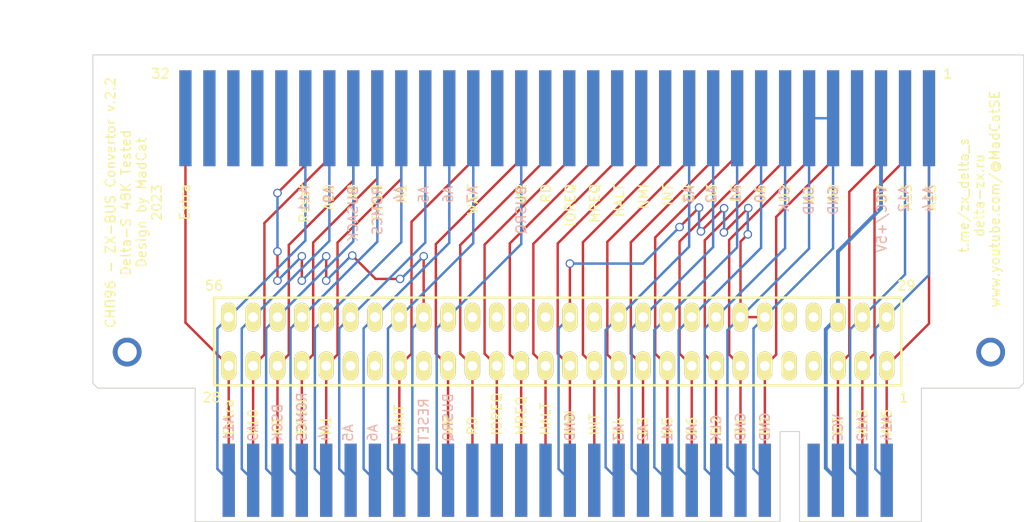
<source format=kicad_pcb>
(kicad_pcb (version 20221018) (generator pcbnew)
  (layers (0 "F.Cu" signal) (31 "B.Cu" signal) (36 "B.SilkS" user "B.Silkscreen") (37 "F.SilkS" user "F.Silkscreen") (38 "B.Mask" user) (39 "F.Mask" user) (44 "Edge.Cuts" user))
  (net 0 "")
  (net 21 "A15")
  (net 26 "A13")
  (net 33 "D7")
  (net 34 "D0")
  (net 35 "D1")
  (net 36 "D2")
  (net 37 "D6")
  (net 38 "D5")
  (net 39 "D3")
  (net 40 "D4")
  (net 41 "INT")
  (net 42 "NMI")
  (net 43 "HALT")
  (net 44 "MREQ")
  (net 45 "IOREQ")
  (net 46 "RD")
  (net 47 "WR")
  (net 48 "WAIT")
  (net 49 "M1")
  (net 50 "RFSH")
  (net 51 "A8")
  (net 52 "A10")
  (net 53 "RESET")
  (net 54 "EXTRA")
  (net 55 "A14")
  (net 56 "A12")
  (net 57 "VCC")
  (net 58 "GND")
  (net 59 "CLK")
  (net 60 "A0")
  (net 61 "A1")
  (net 62 "A2")
  (net 63 "A3")
  (net 64 "BUSRQ")
  (net 65 "A7")
  (net 66 "A6")
  (net 67 "A5")
  (net 68 "A4")
  (net 69 "ROMCS")
  (net 70 "BUSACK")
  (net 71 "A9")
  (net 72 "A11")
  (footprint "delta_converter_footprints:SNP96" (layer "F.Cu") (at 87.43702 46.60602)
    (fp_text reference "J1" hide)
    (fp_text value "SNP" hide)
    (pad "1" smd rect (at 78.13498 -5 180) (size 1.27 10) (layers "F.Cu") (net 21 "A15"))
    (pad "2" smd rect (at 75.63501 -5 180) (size 1.27 10) (layers "F.Cu") (net 26 "A13"))
    (pad "3" smd rect (at 73.13499 -5 180) (size 1.27 10) (layers "F.Cu") (net 33 "D7"))
    (pad "4" smd rect (at 70.63502 -5 180) (size 1.27 10) (layers "F.Cu"))
    (pad "5" smd rect (at 68.135 -5 180) (size 1.27 10) (layers "F.Cu") (net 34 "D0"))
    (pad "6" smd rect (at 65.63498 -5 180) (size 1.27 10) (layers "F.Cu") (net 35 "D1"))
    (pad "7" smd rect (at 63.13501 -5 180) (size 1.27 10) (layers "F.Cu") (net 36 "D2"))
    (pad "8" smd rect (at 60.63499 -5 180) (size 1.27 10) (layers "F.Cu") (net 37 "D6"))
    (pad "9" smd rect (at 58.13502 -5 180) (size 1.27 10) (layers "F.Cu") (net 38 "D5"))
    (pad "10" smd rect (at 55.635 -5 180) (size 1.27 10) (layers "F.Cu") (net 39 "D3"))
    (pad "11" smd rect (at 53.13498 -5 180) (size 1.27 10) (layers "F.Cu") (net 40 "D4"))
    (pad "12" smd rect (at 50.63501 -5 180) (size 1.27 10) (layers "F.Cu") (net 41 "INT"))
    (pad "13" smd rect (at 48.13499 -5 180) (size 1.27 10) (layers "F.Cu") (net 42 "NMI"))
    (pad "14" smd rect (at 45.63502 -5 180) (size 1.27 10) (layers "F.Cu") (net 43 "HALT"))
    (pad "15" smd rect (at 43.135 -5 180) (size 1.27 10) (layers "F.Cu") (net 44 "MREQ"))
    (pad "16" smd rect (at 40.63497 -5 180) (size 1.27 10) (layers "F.Cu") (net 45 "IOREQ"))
    (pad "17" smd rect (at 38.13501 -5 180) (size 1.27 10) (layers "F.Cu") (net 46 "RD"))
    (pad "18" smd rect (at 35.63498 -5 180) (size 1.27 10) (layers "F.Cu") (net 47 "WR"))
    (pad "19" smd rect (at 33.13502 -5 180) (size 1.27 10) (layers "F.Cu"))
    (pad "20" smd rect (at 30.63499 -5 180) (size 1.27 10) (layers "F.Cu") (net 48 "WAIT"))
    (pad "21" smd rect (at 28.13497 -5 180) (size 1.27 10) (layers "F.Cu"))
    (pad "22" smd rect (at 25.635 -5 180) (size 1.27 10) (layers "F.Cu"))
    (pad "23" smd rect (at 23.13498 -5 180) (size 1.27 10) (layers "F.Cu") (net 49 "M1"))
    (pad "24" smd rect (at 20.63501 -5 180) (size 1.27 10) (layers "F.Cu") (net 50 "RFSH"))
    (pad "25" smd rect (at 18.13499 -5 180) (size 1.27 10) (layers "F.Cu") (net 51 "A8"))
    (pad "26" smd rect (at 15.63497 -5 180) (size 1.27 10) (layers "F.Cu") (net 52 "A10"))
    (pad "27" smd rect (at 13.135 -5 180) (size 1.27 10) (layers "F.Cu") (net 53 "RESET"))
    (pad "28" smd rect (at 10.63498 -5 180) (size 1.27 10) (layers "F.Cu"))
    (pad "29" smd rect (at 8.13501 -5 180) (size 1.27 10) (layers "F.Cu"))
    (pad "30" smd rect (at 5.63499 -5 180) (size 1.27 10) (layers "F.Cu"))
    (pad "31" smd rect (at 3.13497 -5 180) (size 1.27 10) (layers "F.Cu"))
    (pad "32" smd rect (at 0.635 -5 180) (size 1.27 10) (layers "F.Cu") (net 54 "EXTRA"))
    (pad "33" smd rect (at 78.13498 -5 180) (size 1.27 10) (layers "B.Cu") (net 55 "A14"))
    (pad "34" smd rect (at 75.63501 -5 180) (size 1.27 10) (layers "B.Cu") (net 56 "A12"))
    (pad "35" smd rect (at 73.13499 -5 180) (size 1.27 10) (layers "B.Cu") (net 57 "VCC"))
    (pad "36" smd rect (at 70.63502 -5 180) (size 1.27 10) (layers "B.Cu"))
    (pad "37" smd rect (at 68.135 -5 180) (size 1.27 10) (layers "B.Cu") (net 58 "GND"))
    (pad "38" smd rect (at 65.63498 -5 180) (size 1.27 10) (layers "B.Cu") (net 58 "GND"))
    (pad "39" smd rect (at 63.13501 -5 180) (size 1.27 10) (layers "B.Cu") (net 59 "CLK"))
    (pad "40" smd rect (at 60.63499 -5 180) (size 1.27 10) (layers "B.Cu") (net 60 "A0"))
    (pad "41" smd rect (at 58.13502 -5 180) (size 1.27 10) (layers "B.Cu") (net 61 "A1"))
    (pad "42" smd rect (at 55.635 -5 180) (size 1.27 10) (layers "B.Cu") (net 62 "A2"))
    (pad "43" smd rect (at 53.13498 -5 180) (size 1.27 10) (layers "B.Cu") (net 63 "A3"))
    (pad "44" smd rect (at 50.63501 -5 180) (size 1.27 10) (layers "B.Cu"))
    (pad "45" smd rect (at 48.13499 -5 180) (size 1.27 10) (layers "B.Cu"))
    (pad "46" smd rect (at 45.63502 -5 180) (size 1.27 10) (layers "B.Cu"))
    (pad "47" smd rect (at 43.135 -5 180) (size 1.27 10) (layers "B.Cu"))
    (pad "48" smd rect (at 40.63497 -5 180) (size 1.27 10) (layers "B.Cu"))
    (pad "49" smd rect (at 38.13501 -5 180) (size 1.27 10) (layers "B.Cu"))
    (pad "50" smd rect (at 35.63498 -5 180) (size 1.27 10) (layers "B.Cu") (net 64 "BUSRQ"))
    (pad "51" smd rect (at 33.13502 -5 180) (size 1.27 10) (layers "B.Cu"))
    (pad "52" smd rect (at 30.63499 -5 180) (size 1.27 10) (layers "B.Cu") (net 65 "A7"))
    (pad "53" smd rect (at 28.13497 -5 180) (size 1.27 10) (layers "B.Cu") (net 66 "A6"))
    (pad "54" smd rect (at 25.635 -5 180) (size 1.27 10) (layers "B.Cu") (net 67 "A5"))
    (pad "55" smd rect (at 23.13498 -5 180) (size 1.27 10) (layers "B.Cu") (net 68 "A4"))
    (pad "56" smd rect (at 20.63501 -5 180) (size 1.27 10) (layers "B.Cu") (net 69 "ROMCS"))
    (pad "57" smd rect (at 18.13499 -5 180) (size 1.27 10) (layers "B.Cu") (net 70 "BUSACK"))
    (pad "58" smd rect (at 15.63497 -5 180) (size 1.27 10) (layers "B.Cu") (net 71 "A9"))
    (pad "59" smd rect (at 13.135 -5 180) (size 1.27 10) (layers "B.Cu") (net 72 "A11"))
    (pad "60" smd rect (at 10.63498 -5 180) (size 1.27 10) (layers "B.Cu"))
    (pad "61" smd rect (at 8.13501 -5 180) (size 1.27 10) (layers "B.Cu"))
    (pad "62" smd rect (at 5.63499 -5 180) (size 1.27 10) (layers "B.Cu"))
    (pad "63" smd rect (at 3.13497 -5 180) (size 1.27 10) (layers "B.Cu"))
    (pad "64" smd rect (at 0.635 -5 180) (size 1.27 10) (layers "B.Cu"))
  )
  (footprint "delta_converter_footprints:Spectrum_edge_slot_FIXED" (layer "F.Cu") (at 123.063 64.897)
    (fp_text reference "SLOT" hide)
    (fp_text value "ZX1" hide)
    (fp_line (start -32.004 -4.572) (end 39.624 -4.572) (stroke (width 0.254)) (layer "F.SilkS"))
    (fp_line (start -32.004 4.572) (end -32.004 -4.572) (stroke (width 0.254)) (layer "F.SilkS"))
    (fp_line (start 39.624 -4.572) (end 39.624 4.572) (stroke (width 0.254)) (layer "F.SilkS"))
    (fp_line (start 39.624 4.572) (end -32.004 4.572) (stroke (width 0.254)) (layer "F.SilkS"))
    (pad "1" thru_hole oval (at 38.1 2.54 180) (size 1.6 3) (drill 1.016) (layers "*.Cu" "*.Mask" "F.SilkS") (net 21 "A15"))
    (pad "2" thru_hole oval (at 35.56 2.54 180) (size 1.6 3) (drill 1.016) (layers "*.Cu" "*.Mask" "F.SilkS") (net 26 "A13"))
    (pad "3" thru_hole oval (at 33.02 2.54 180) (size 1.6 3) (drill 1.016) (layers "*.Cu" "*.Mask" "F.SilkS") (net 33 "D7"))
    (pad "4" thru_hole oval (at 30.48 2.54 180) (size 1.6 3) (drill 1.016) (layers "*.Cu" "*.Mask" "F.SilkS"))
    (pad "5" thru_hole oval (at 27.94 2.54 180) (size 1.6 3) (drill 1.016) (layers "*.Cu" "*.Mask" "F.SilkS"))
    (pad "6" thru_hole oval (at 25.4 2.54 180) (size 1.6 3) (drill 1.016) (layers "*.Cu" "*.Mask" "F.SilkS") (net 34 "D0"))
    (pad "7" thru_hole oval (at 22.86 2.54 180) (size 1.6 3) (drill 1.016) (layers "*.Cu" "*.Mask" "F.SilkS") (net 35 "D1"))
    (pad "8" thru_hole oval (at 20.32 2.54 180) (size 1.6 3) (drill 1.016) (layers "*.Cu" "*.Mask" "F.SilkS") (net 36 "D2"))
    (pad "9" thru_hole oval (at 17.78 2.54 180) (size 1.6 3) (drill 1.016) (layers "*.Cu" "*.Mask" "F.SilkS") (net 37 "D6"))
    (pad "10" thru_hole oval (at 15.24 2.54 180) (size 1.6 3) (drill 1.016) (layers "*.Cu" "*.Mask" "F.SilkS") (net 38 "D5"))
    (pad "11" thru_hole oval (at 12.7 2.54 180) (size 1.6 3) (drill 1.016) (layers "*.Cu" "*.Mask" "F.SilkS") (net 39 "D3"))
    (pad "12" thru_hole oval (at 10.16 2.54 180) (size 1.6 3) (drill 1.016) (layers "*.Cu" "*.Mask" "F.SilkS") (net 40 "D4"))
    (pad "13" thru_hole oval (at 7.62 2.54 180) (size 1.6 3) (drill 1.016) (layers "*.Cu" "*.Mask" "F.SilkS") (net 41 "INT"))
    (pad "14" thru_hole oval (at 5.08 2.54 180) (size 1.6 3) (drill 1.016) (layers "*.Cu" "*.Mask" "F.SilkS") (net 42 "NMI"))
    (pad "15" thru_hole oval (at 2.54 2.54 180) (size 1.6 3) (drill 1.016) (layers "*.Cu" "*.Mask" "F.SilkS") (net 43 "HALT"))
    (pad "16" thru_hole oval (at 0 2.54 180) (size 1.6 3) (drill 1.016) (layers "*.Cu" "*.Mask" "F.SilkS") (net 44 "MREQ"))
    (pad "17" thru_hole oval (at -2.54 2.54 180) (size 1.6 3) (drill 1.016) (layers "*.Cu" "*.Mask" "F.SilkS") (net 45 "IOREQ"))
    (pad "18" thru_hole oval (at -5.08 2.54 180) (size 1.6 3) (drill 1.016) (layers "*.Cu" "*.Mask" "F.SilkS") (net 46 "RD"))
    (pad "19" thru_hole oval (at -7.62 2.54 180) (size 1.6 3) (drill 1.016) (layers "*.Cu" "*.Mask" "F.SilkS") (net 47 "WR"))
    (pad "20" thru_hole oval (at -10.16 2.54 180) (size 1.6 3) (drill 1.016) (layers "*.Cu" "*.Mask" "F.SilkS"))
    (pad "21" thru_hole oval (at -12.7 2.54 180) (size 1.6 3) (drill 1.016) (layers "*.Cu" "*.Mask" "F.SilkS") (net 48 "WAIT"))
    (pad "22" thru_hole oval (at -15.24 2.54 180) (size 1.6 3) (drill 1.016) (layers "*.Cu" "*.Mask" "F.SilkS"))
    (pad "23" thru_hole oval (at -17.78 2.54 180) (size 1.6 3) (drill 1.016) (layers "*.Cu" "*.Mask" "F.SilkS"))
    (pad "24" thru_hole oval (at -20.32 2.54 180) (size 1.6 3) (drill 1.016) (layers "*.Cu" "*.Mask" "F.SilkS") (net 49 "M1"))
    (pad "25" thru_hole oval (at -22.86 2.54 180) (size 1.6 3) (drill 1.016) (layers "*.Cu" "*.Mask" "F.SilkS") (net 50 "RFSH"))
    (pad "26" thru_hole oval (at -25.4 2.54 180) (size 1.6 3) (drill 1.016) (layers "*.Cu" "*.Mask" "F.SilkS") (net 51 "A8"))
    (pad "27" thru_hole oval (at -27.94 2.54 180) (size 1.6 3) (drill 1.016) (layers "*.Cu" "*.Mask" "F.SilkS") (net 52 "A10"))
    (pad "28" thru_hole oval (at -30.48 2.54 180) (size 1.6 3) (drill 1.016) (layers "*.Cu" "*.Mask" "F.SilkS") (net 54 "EXTRA"))
    (pad "29" thru_hole oval (at 38.1 -2.54 180) (size 1.6 3) (drill 1.016) (layers "*.Cu" "*.Mask" "F.SilkS") (net 55 "A14"))
    (pad "30" thru_hole oval (at 35.56 -2.54 180) (size 1.6 3) (drill 1.016) (layers "*.Cu" "*.Mask" "F.SilkS") (net 56 "A12"))
    (pad "31" thru_hole oval (at 33.02 -2.54 180) (size 1.6 3) (drill 1.016) (layers "*.Cu" "*.Mask" "F.SilkS") (net 57 "VCC"))
    (pad "32" thru_hole oval (at 30.48 -2.54 180) (size 1.6 3) (drill 1.016) (layers "*.Cu" "*.Mask" "F.SilkS"))
    (pad "33" thru_hole oval (at 27.94 -2.54 180) (size 1.6 3) (drill 1.016) (layers "*.Cu" "*.Mask" "F.SilkS"))
    (pad "34" thru_hole oval (at 25.4 -2.54 180) (size 1.6 3) (drill 1.016) (layers "*.Cu" "*.Mask" "F.SilkS") (net 58 "GND"))
    (pad "35" thru_hole oval (at 22.86 -2.54 180) (size 1.6 3) (drill 1.016) (layers "*.Cu" "*.Mask" "F.SilkS") (net 58 "GND"))
    (pad "36" thru_hole oval (at 20.32 -2.54 180) (size 1.6 3) (drill 1.016) (layers "*.Cu" "*.Mask" "F.SilkS") (net 59 "CLK"))
    (pad "37" thru_hole oval (at 17.78 -2.54 180) (size 1.6 3) (drill 1.016) (layers "*.Cu" "*.Mask" "F.SilkS") (net 60 "A0"))
    (pad "38" thru_hole oval (at 15.24 -2.54 180) (size 1.6 3) (drill 1.016) (layers "*.Cu" "*.Mask" "F.SilkS") (net 61 "A1"))
    (pad "39" thru_hole oval (at 12.7 -2.54 180) (size 1.6 3) (drill 1.016) (layers "*.Cu" "*.Mask" "F.SilkS") (net 62 "A2"))
    (pad "40" thru_hole oval (at 10.16 -2.54 180) (size 1.6 3) (drill 1.016) (layers "*.Cu" "*.Mask" "F.SilkS") (net 63 "A3"))
    (pad "41" thru_hole oval (at 7.62 -2.54 180) (size 1.6 3) (drill 1.016) (layers "*.Cu" "*.Mask" "F.SilkS"))
    (pad "42" thru_hole oval (at 5.08 -2.54 180) (size 1.6 3) (drill 1.016) (layers "*.Cu" "*.Mask" "F.SilkS") (net 58 "GND"))
    (pad "43" thru_hole oval (at 2.54 -2.54 180) (size 1.6 3) (drill 1.016) (layers "*.Cu" "*.Mask" "F.SilkS"))
    (pad "44" thru_hole oval (at 0 -2.54 180) (size 1.6 3) (drill 1.016) (layers "*.Cu" "*.Mask" "F.SilkS"))
    (pad "45" thru_hole oval (at -2.54 -2.54 180) (size 1.6 3) (drill 1.016) (layers "*.Cu" "*.Mask" "F.SilkS"))
    (pad "46" thru_hole oval (at -5.08 -2.54 180) (size 1.6 3) (drill 1.016) (layers "*.Cu" "*.Mask" "F.SilkS"))
    (pad "47" thru_hole oval (at -7.62 -2.54 180) (size 1.6 3) (drill 1.016) (layers "*.Cu" "*.Mask" "F.SilkS") (net 64 "BUSRQ"))
    (pad "48" thru_hole oval (at -10.16 -2.54 180) (size 1.6 3) (drill 1.016) (layers "*.Cu" "*.Mask" "F.SilkS") (net 53 "RESET"))
    (pad "49" thru_hole oval (at -12.7 -2.54 180) (size 1.6 3) (drill 1.016) (layers "*.Cu" "*.Mask" "F.SilkS") (net 65 "A7"))
    (pad "50" thru_hole oval (at -15.24 -2.54 180) (size 1.6 3) (drill 1.016) (layers "*.Cu" "*.Mask" "F.SilkS") (net 66 "A6"))
    (pad "51" thru_hole oval (at -17.78 -2.54 180) (size 1.6 3) (drill 1.016) (layers "*.Cu" "*.Mask" "F.SilkS") (net 67 "A5"))
    (pad "52" thru_hole oval (at -20.32 -2.54 180) (size 1.6 3) (drill 1.016) (layers "*.Cu" "*.Mask" "F.SilkS") (net 68 "A4"))
    (pad "53" thru_hole oval (at -22.86 -2.54 180) (size 1.6 3) (drill 1.016) (layers "*.Cu" "*.Mask" "F.SilkS") (net 69 "ROMCS"))
    (pad "54" thru_hole oval (at -25.4 -2.54 180) (size 1.6 3) (drill 1.016) (layers "*.Cu" "*.Mask" "F.SilkS") (net 70 "BUSACK"))
    (pad "55" thru_hole oval (at -27.94 -2.54 180) (size 1.6 3) (drill 1.016) (layers "*.Cu" "*.Mask" "F.SilkS") (net 71 "A9"))
    (pad "56" thru_hole oval (at -30.48 -2.54 180) (size 1.6 3) (drill 1.016) (layers "*.Cu" "*.Mask" "F.SilkS") (net 72 "A11"))
  )
  (footprint "delta_converter_footprints:ZX SPECTRUM EDGE CONNECTOR (HORIZONTAL)" (layer "F.Cu") (at 126.873 79.121)
    (fp_text reference "J2" hide)
    (fp_text value "ZX1" hide)
    (pad "1" smd rect (at 34.29 0.254 180) (size 1.27 7.62) (layers "F.Cu") (net 21 "A15"))
    (pad "2" smd rect (at 31.75 0.254 180) (size 1.27 7.62) (layers "F.Cu") (net 26 "A13"))
    (pad "3" smd rect (at 29.21 0.254 180) (size 1.27 7.62) (layers "F.Cu") (net 33 "D7"))
    (pad "4" smd rect (at 26.67 0.254 180) (size 1.27 7.62) (layers "F.Cu"))
    (pad "6" smd rect (at 21.59 0.254 180) (size 1.27 7.62) (layers "F.Cu") (net 34 "D0"))
    (pad "7" smd rect (at 19.05 0.254 180) (size 1.27 7.62) (layers "F.Cu") (net 35 "D1"))
    (pad "8" smd rect (at 16.51 0.254 180) (size 1.27 7.62) (layers "F.Cu") (net 36 "D2"))
    (pad "9" smd rect (at 13.97 0.254 180) (size 1.27 7.62) (layers "F.Cu") (net 37 "D6"))
    (pad "10" smd rect (at 11.43 0.254 180) (size 1.27 7.62) (layers "F.Cu") (net 38 "D5"))
    (pad "11" smd rect (at 8.89 0.254 180) (size 1.27 7.62) (layers "F.Cu") (net 39 "D3"))
    (pad "12" smd rect (at 6.35 0.254 180) (size 1.27 7.62) (layers "F.Cu") (net 40 "D4"))
    (pad "13" smd rect (at 3.81 0.254 180) (size 1.27 7.62) (layers "F.Cu") (net 41 "INT"))
    (pad "14" smd rect (at 1.27 0.254 180) (size 1.27 7.62) (layers "F.Cu") (net 42 "NMI"))
    (pad "15" smd rect (at -1.27 0.254 180) (size 1.27 7.62) (layers "F.Cu") (net 43 "HALT"))
    (pad "16" smd rect (at -3.81 0.254 180) (size 1.27 7.62) (layers "F.Cu") (net 44 "MREQ"))
    (pad "17" smd rect (at -6.35 0.254 180) (size 1.27 7.62) (layers "F.Cu") (net 45 "IOREQ"))
    (pad "18" smd rect (at -8.89 0.254 180) (size 1.27 7.62) (layers "F.Cu") (net 46 "RD"))
    (pad "19" smd rect (at -11.43 0.254 180) (size 1.27 7.62) (layers "F.Cu") (net 47 "WR"))
    (pad "20" smd rect (at -13.97 0.254 180) (size 1.27 7.62) (layers "F.Cu"))
    (pad "21" smd rect (at -16.51 0.254 180) (size 1.27 7.62) (layers "F.Cu") (net 48 "WAIT"))
    (pad "22" smd rect (at -19.05 0.254 180) (size 1.27 7.62) (layers "F.Cu"))
    (pad "23" smd rect (at -21.59 0.254 180) (size 1.27 7.62) (layers "F.Cu"))
    (pad "24" smd rect (at -24.13 0.254 180) (size 1.27 7.62) (layers "F.Cu") (net 49 "M1"))
    (pad "25" smd rect (at -26.67 0.254 180) (size 1.27 7.62) (layers "F.Cu") (net 50 "RFSH"))
    (pad "26" smd rect (at -29.21 0.254 180) (size 1.27 7.62) (layers "F.Cu") (net 51 "A8"))
    (pad "27" smd rect (at -31.75 0.254 180) (size 1.27 7.62) (layers "F.Cu") (net 52 "A10"))
    (pad "28" smd rect (at -34.29 0.254 180) (size 1.27 7.62) (layers "F.Cu") (net 54 "EXTRA"))
    (pad "29" smd rect (at 34.29 0.254 180) (size 1.27 7.62) (layers "B.Cu") (net 55 "A14"))
    (pad "30" smd rect (at 31.75 0.254 180) (size 1.27 7.62) (layers "B.Cu") (net 56 "A12"))
    (pad "31" smd rect (at 29.21 0.254 180) (size 1.27 7.62) (layers "B.Cu") (net 57 "VCC"))
    (pad "32" smd rect (at 26.67 0.254 180) (size 1.27 7.62) (layers "B.Cu"))
    (pad "34" smd rect (at 21.59 0.254 180) (size 1.27 7.62) (layers "B.Cu") (net 58 "GND"))
    (pad "35" smd rect (at 19.05 0.254 180) (size 1.27 7.62) (layers "B.Cu") (net 58 "GND"))
    (pad "36" smd rect (at 16.51 0.254 180) (size 1.27 7.62) (layers "B.Cu") (net 59 "CLK"))
    (pad "37" smd rect (at 13.97 0.254 180) (size 1.27 7.62) (layers "B.Cu") (net 60 "A0"))
    (pad "38" smd rect (at 11.43 0.254 180) (size 1.27 7.62) (layers "B.Cu") (net 61 "A1"))
    (pad "39" smd rect (at 8.89 0.254 180) (size 1.27 7.62) (layers "B.Cu") (net 62 "A2"))
    (pad "40" smd rect (at 6.35 0.254 180) (size 1.27 7.62) (layers "B.Cu") (net 63 "A3"))
    (pad "41" smd rect (at 3.81 0.254 180) (size 1.27 7.62) (layers "B.Cu"))
    (pad "42" smd rect (at 1.27 0.254 180) (size 1.27 7.62) (layers "B.Cu") (net 58 "GND"))
    (pad "43" smd rect (at -1.27 0.254 180) (size 1.27 7.62) (layers "B.Cu"))
    (pad "44" smd rect (at -3.81 0.254 180) (size 1.27 7.62) (layers "B.Cu"))
    (pad "45" smd rect (at -6.35 0.254 180) (size 1.27 7.62) (layers "B.Cu"))
    (pad "46" smd rect (at -8.89 0.254 180) (size 1.27 7.62) (layers "B.Cu"))
    (pad "47" smd rect (at -11.43 0.254 180) (size 1.27 7.62) (layers "B.Cu") (net 64 "BUSRQ"))
    (pad "48" smd rect (at -13.97 0.254 180) (size 1.27 7.62) (layers "B.Cu") (net 53 "RESET"))
    (pad "49" smd rect (at -16.51 0.254 180) (size 1.27 7.62) (layers "B.Cu") (net 65 "A7"))
    (pad "50" smd rect (at -19.05 0.254 180) (size 1.27 7.62) (layers "B.Cu") (net 66 "A6"))
    (pad "51" smd rect (at -21.59 0.254 180) (size 1.27 7.62) (layers "B.Cu") (net 67 "A5"))
    (pad "52" smd rect (at -24.13 0.254 180) (size 1.27 7.62) (layers "B.Cu") (net 68 "A4"))
    (pad "53" smd rect (at -26.67 0.254 180) (size 1.27 7.62) (layers "B.Cu") (net 69 "ROMCS"))
    (pad "54" smd rect (at -29.21 0.254 180) (size 1.27 7.62) (layers "B.Cu") (net 70 "BUSACK"))
    (pad "55" smd rect (at -31.75 0.254 180) (size 1.27 7.62) (layers "B.Cu") (net 71 "A9"))
    (pad "56" smd rect (at -34.29 0.254 180) (size 1.27 7.62) (layers "B.Cu") (net 72 "A11"))
  )
  (gr_line (start 175.44802 35.00202) (end 78.42002 35.00202) (stroke (width 0.1)) (layer "Edge.Cuts"))
  (gr_line (start 78.42002 35.00202) (end 78.42002 69.25351) (stroke (width 0.1)) (layer "Edge.Cuts"))
  (gr_line (start 78.42002 69.25351) (end 78.92802 69.76151) (stroke (width 0.1)) (layer "Edge.Cuts"))
  (gr_line (start 152.08002 83.693) (end 164.78002 83.693) (stroke (width 0.1)) (layer "Edge.Cuts"))
  (gr_line (start 78.92802 69.76151) (end 89.08802 69.76151) (stroke (width 0.1)) (layer "Edge.Cuts"))
  (gr_line (start 150.04802 83.693) (end 150.04802 74.295) (stroke (width 0.1)) (layer "Edge.Cuts"))
  (gr_line (start 152.08002 74.295) (end 152.08002 83.693) (stroke (width 0.1)) (layer "Edge.Cuts"))
  (gr_line (start 164.78002 69.76151) (end 174.94002 69.76151) (stroke (width 0.1)) (layer "Edge.Cuts"))
  (gr_line (start 175.44802 69.25351) (end 175.44802 35.00202) (stroke (width 0.1)) (layer "Edge.Cuts"))
  (gr_line (start 89.08802 83.693) (end 150.04802 83.693) (stroke (width 0.1)) (layer "Edge.Cuts"))
  (gr_line (start 174.94002 69.76151) (end 175.44802 69.25351) (stroke (width 0.1)) (layer "Edge.Cuts"))
  (gr_line (start 150.04802 74.295) (end 152.08002 74.295) (stroke (width 0.1)) (layer "Edge.Cuts"))
  (gr_line (start 164.78002 83.693) (end 164.78002 69.76151) (stroke (width 0.1)) (layer "Edge.Cuts"))
  (gr_line (start 89.08802 69.76151) (end 89.08802 83.693) (stroke (width 0.1)) (layer "Edge.Cuts"))
  (gr_text "A9" (at 95.123 74.437666 90) (layer "B.SilkS") (effects (font (size 1 1)) (justify mirror)))
  (gr_text "A7" (at 117.983 49.561952 90) (layer "B.SilkS") (effects (font (size 1 1)) (justify mirror)))
  (gr_text "GND" (at 145.923 73.818619 90) (layer "B.SilkS") (effects (font (size 1 1)) (justify mirror)))
  (gr_text "BSCK" (at 97.663 73.366238 90) (layer "B.SilkS") (effects (font (size 1 1)) (justify mirror)))
  (gr_text "A3" (at 140.589 49.561952 90) (layer "B.SilkS") (effects (font (size 1 1)) (justify mirror)))
  (gr_text "A2" (at 142.875 49.561952 90) (layer "B.SilkS") (effects (font (size 1 1)) (justify mirror)))
  (gr_text "A3" (at 133.223 74.437666 90) (layer "B.SilkS") (effects (font (size 1 1)) (justify mirror)))
  (gr_text "A6" (at 107.569 74.437666 90) (layer "B.SilkS") (effects (font (size 1 1)) (justify mirror)))
  (gr_text "VCC" (at 156.083 73.913857 90) (layer "B.SilkS") (effects (font (size 1 1)) (justify mirror)))
  (gr_text "A14" (at 165.481 50.038143 90) (layer "B.SilkS") (effects (font (size 1 1)) (justify mirror)))
  (gr_text "A7" (at 110.109 74.437666 90) (layer "B.SilkS") (effects (font (size 1 1)) (justify mirror)))
  (gr_text "BUSRQ" (at 123.063 51.181 90) (layer "B.SilkS") (effects (font (size 1 1)) (justify mirror)))
  (gr_text "A5" (at 112.903 49.561952 90) (layer "B.SilkS") (effects (font (size 1 1)) (justify mirror)))
  (gr_text "A4" (at 110.363 49.561952 90) (layer "B.SilkS") (effects (font (size 1 1)) (justify mirror)))
  (gr_text "VCC/+5V" (at 160.655 52.133381 90) (layer "B.SilkS") (effects (font (size 1 1)) (justify mirror)))
  (gr_text "CLK" (at 150.495 50.061952 90) (layer "B.SilkS") (effects (font (size 1 1)) (justify mirror)))
  (gr_text "A1" (at 145.415 49.561952 90) (layer "B.SilkS") (effects (font (size 1 1)) (justify mirror)))
  (gr_text "RESET" (at 112.903 73.080523 90) (layer "B.SilkS") (effects (font (size 1 1)) (justify mirror)))
  (gr_text "A1" (at 138.303 74.437666 90) (layer "B.SilkS") (effects (font (size 1 1)) (justify mirror)))
  (gr_text "ROMCS" (at 100.203 72.771 90) (layer "B.SilkS") (effects (font (size 1 1)) (justify mirror)))
  (gr_text "BUSACK" (at 105.537 51.585762 90) (layer "B.SilkS") (effects (font (size 1 1)) (justify mirror)))
  (gr_text "A14" (at 161.163 73.961476 90) (layer "B.SilkS") (effects (font (size 1 1)) (justify mirror)))
  (gr_text "GND" (at 128.143 73.818619 90) (layer "B.SilkS") (effects (font (size 1 1)) (justify mirror)))
  (gr_text "A2" (at 135.763 74.437666 90) (layer "B.SilkS") (effects (font (size 1 1)) (justify mirror)))
  (gr_text "A12" (at 162.941 50.038143 90) (layer "B.SilkS") (effects (font (size 1 1)) (justify mirror)))
  (gr_text "GND" (at 155.575 50.181 90) (layer "B.SilkS") (effects (font (size 1 1)) (justify mirror)))
  (gr_text "A9" (at 102.997 49.561952 90) (layer "B.SilkS") (effects (font (size 1 1)) (justify mirror)))
  (gr_text "BUSRQ" (at 115.443 72.818619 90) (layer "B.SilkS") (effects (font (size 1 1)) (justify mirror)))
  (gr_text "A5" (at 105.029 74.437666 90) (layer "B.SilkS") (effects (font (size 1 1)) (justify mirror)))
  (gr_text "A4" (at 102.489 74.437666 90) (layer "B.SilkS") (effects (font (size 1 1)) (justify mirror)))
  (gr_text "A12" (at 158.623 73.961476 90) (layer "B.SilkS") (effects (font (size 1 1)) (justify mirror)))
  (gr_text "GND" (at 153.035 50.181 90) (layer "B.SilkS") (effects (font (size 1 1)) (justify mirror)))
  (gr_text "A6" (at 115.443 49.561952 90) (layer "B.SilkS") (effects (font (size 1 1)) (justify mirror)))
  (gr_text "A11" (at 92.583 73.961476 90) (layer "B.SilkS") (effects (font (size 1 1)) (justify mirror)))
  (gr_text "GND" (at 148.463 73.818619 90) (layer "B.SilkS") (effects (font (size 1 1)) (justify mirror)))
  (gr_text "A0" (at 140.843 74.437666 90) (layer "B.SilkS") (effects (font (size 1 1)) (justify mirror)))
  (gr_text "A11" (at 100.457 50.038143 90) (layer "B.SilkS") (effects (font (size 1 1)) (justify mirror)))
  (gr_text "CLK" (at 143.383 73.937666 90) (layer "B.SilkS") (effects (font (size 1 1)) (justify mirror)))
  (gr_text "A0" (at 147.955 49.561952 90) (layer "B.SilkS") (effects (font (size 1 1)) (justify mirror)))
  (gr_text "ROMCS" (at 108.077 51.228619 90) (layer "B.SilkS") (effects (font (size 1 1)) (justify mirror)))
  (gr_text "56" (at 91.059 59.055) (layer "F.SilkS") (effects (font (size 1 1))))
  (gr_text "HALT" (at 133.28402 50.186496 90) (layer "F.SilkS") (effects (font (size 1 1))))
  (gr_text "M1" (at 102.743 73.651952 90) (layer "F.SilkS") (effects (font (size 1 1))))
  (gr_text "RD" (at 125.66402 49.448401 90) (layer "F.SilkS") (effects (font (size 1 1))))
  (gr_text "D7" (at 160.71602 49.424592 90) (layer "F.SilkS") (effects (font (size 1 1))))
  (gr_text "NMI" (at 135.82402 49.781735 90) (layer "F.SilkS") (effects (font (size 1 1))))
  (gr_text "A15" (at 161.163 73.318619 90) (layer "F.SilkS") (effects (font (size 1 1))))
  (gr_text "INT" (at 130.683 73.556714 90) (layer "F.SilkS") (effects (font (size 1 1))))
  (gr_text "D2" (at 150.55602 49.424592 90) (layer "F.SilkS") (effects (font (size 1 1))))
  (gr_text "D3\n" (at 142.93602 49.424592 90) (layer "F.SilkS") (effects (font (size 1 1))))
  (gr_text "WR" (at 123.12402 49.51983 90) (layer "F.SilkS") (effects (font (size 1 1))))
  (gr_text "D1" (at 153.09602 49.424592 90) (layer "F.SilkS") (effects (font (size 1 1))))
  (gr_text "WAIT" (at 110.363 73.080524 90) (layer "F.SilkS") (effects (font (size 1 1))))
  (gr_text "Extra" (at 88.011 50.353163 90) (layer "F.SilkS") (effects (font (size 1 1))))
  (gr_text "28" (at 90.805 70.739) (layer "F.SilkS") (effects (font (size 1 1))))
  (gr_text "IOREQ" (at 128.20402 50.686496 90) (layer "F.SilkS") (effects (font (size 1 1))))
  (gr_text "D4" (at 140.39602 49.424592 90) (layer "F.SilkS") (effects (font (size 1 1))))
  (gr_text "D2" (at 143.383 73.723381 90) (layer "F.SilkS") (effects (font (size 1 1))))
  (gr_text "IOREQ" (at 120.523 72.461476 90) (layer "F.SilkS") (effects (font (size 1 1))))
  (gr_text "Reset" (at 100.457 50.49602 90) (layer "F.SilkS") (effects (font (size 1 1))))
  (gr_text "A13" (at 158.623 73.318619 90) (layer "F.SilkS") (effects (font (size 1 1))))
  (gr_text "WR" (at 115.443 73.628143 90) (layer "F.SilkS") (effects (font (size 1 1))))
  (gr_text "M1" (at 110.617 49.49602 90) (layer "F.SilkS") (effects (font (size 1 1))))
  (gr_text "29" (at 163.195 59.055) (layer "F.SilkS") (effects (font (size 1 1))))
  (gr_text "СНП96 - ZX-BUS Convertor v.2.2\nDelta-S 48K Tested\nDesign by MadCat\n2023" (at 82.677 50.419 90) (layer "F.SilkS") (effects (font (size 1 1))))
  (gr_text "MREQ" (at 123.063 72.651952 90) (layer "F.SilkS") (effects (font (size 1 1))))
  (gr_text "D5" (at 138.303 73.723381 90) (layer "F.SilkS") (effects (font (size 1 1))))
  (gr_text "A15" (at 165.79602 49.829354 90) (layer "F.SilkS") (effects (font (size 1 1))))
  (gr_text "D6" (at 148.01602 49.424592 90) (layer "F.SilkS") (effects (font (size 1 1))))
  (gr_text "A8" (at 97.663 73.794809 90) (layer "F.SilkS") (effects (font (size 1 1))))
  (gr_text "D5" (at 145.47602 49.424592 90) (layer "F.SilkS") (effects (font (size 1 1))))
  (gr_text "D0" (at 155.63602 49.424592 90) (layer "F.SilkS") (effects (font (size 1 1))))
  (gr_text "HALT" (at 125.603 72.961476 90) (layer "F.SilkS") (effects (font (size 1 1))))
  (gr_text "t.me/zx_delta_s\ndelta-zx.ru\n​​​​​​www.youtube.com/@MadCatSE " (at 170.815 49.657 90) (layer "F.SilkS") (effects (font (size 1 1))))
  (gr_text "NMI" (at 128.143 73.366238 90) (layer "F.SilkS") (effects (font (size 1 1))))
  (gr_text "INT" (at 138.36402 49.591258 90) (layer "F.SilkS") (effects (font (size 1 1))))
  (gr_text "32" (at 85.471 36.957) (layer "F.SilkS") (effects (font (size 1 1))))
  (gr_text "A10" (at 95.123 73.318619 90) (layer "F.SilkS") (effects (font (size 1 1))))
  (gr_text "A13" (at 163.25602 49.829354 90) (layer "F.SilkS") (effects (font (size 1 1))))
  (gr_text "MREQ" (at 130.74402 50.49602 90) (layer "F.SilkS") (effects (font (size 1 1))))
  (gr_text "Extra" (at 92.583 72.794809 90) (layer "F.SilkS") (effects (font (size 1 1))))
  (gr_text "D0" (at 148.463 73.723381 90) (layer "F.SilkS") (effects (font (size 1 1))))
  (gr_text "A10" (at 102.997 49.829354 90) (layer "F.SilkS") (effects (font (size 1 1))))
  (gr_text "D7" (at 156.083 73.723381 90) (layer "F.SilkS") (effects (font (size 1 1))))
  (gr_text "RD" (at 117.983 73.699571 90) (layer "F.SilkS") (effects (font (size 1 1))))
  (gr_text "D6" (at 140.843 73.723381 90) (layer "F.SilkS") (effects (font (size 1 1))))
  (gr_text "1" (at 162.941 70.739) (layer "F.SilkS") (effects (font (size 1 1))))
  (gr_text "D4" (at 133.223 73.723381 90) (layer "F.SilkS") (effects (font (size 1 1))))
  (gr_text "1" (at 167.513 36.957) (layer "F.SilkS") (effects (font (size 1 1))))
  (gr_text "WAIT" (at 118.04402 50.067449 90) (layer "F.SilkS") (effects (font (size 1 1))))
  (gr_text "D3\n" (at 135.763 73.723381 90) (layer "F.SilkS") (effects (font (size 1 1))))
  (gr_text "RFSH" (at 108.077 50.376973 90) (layer "F.SilkS") (effects (font (size 1 1))))
  (gr_text "A8" (at 105.537 49.353163 90) (layer "F.SilkS") (effects (font (size 1 1))))
  (gr_text "RFSH" (at 100.203 72.771 90) (layer "F.SilkS") (effects (font (size 1 1))))
  (gr_text "D1" (at 145.923 73.723381 90) (layer "F.SilkS") (effects (font (size 1 1))))
  (via (at 82 66) (size 3) (drill 2) (layers "F.Cu" "B.Cu") (net 0))
  (via (at 172 66) (size 3) (drill 2) (layers "F.Cu" "B.Cu") (net 0))
  (segment (start 165.572 63.028) (end 161.163 67.437) (width 0.254) (layer "F.Cu") (net 21))
  (segment (start 165.572 41.60602) (end 165.572 63.028) (width 0.254) (layer "F.Cu") (net 21))
  (segment (start 161.163 79.375) (end 161.163 67.437) (width 0.254) (layer "F.Cu") (net 21))
  (segment (start 158.623 79.375) (end 158.623 67.437) (width 0.254) (layer "F.Cu") (net 26))
  (segment (start 163.07203 41.60602) (end 163.07203 45.97102) (width 0.254) (layer "F.Cu") (net 26))
  (segment (start 163.07203 45.97102) (end 159.893 49.15005) (width 0.254) (layer "F.Cu") (net 26))
  (segment (start 159.893 66.167) (end 158.623 67.437) (width 0.254) (layer "F.Cu") (net 26))
  (segment (start 159.893 49.15005) (end 159.893 66.167) (width 0.254) (layer "F.Cu") (net 26))
  (segment (start 157.264 66.256) (end 156.083 67.437) (width 0.254) (layer "F.Cu") (net 33))
  (segment (start 156.083 79.375) (end 156.083 67.437) (width 0.254) (layer "F.Cu") (net 33))
  (segment (start 160.57201 45.97102) (end 157.264 49.27903) (width 0.254) (layer "F.Cu") (net 33))
  (segment (start 157.264 49.27903) (end 157.264 66.256) (width 0.254) (layer "F.Cu") (net 33))
  (segment (start 160.57201 41.60602) (end 160.57201 45.97102) (width 0.254) (layer "F.Cu") (net 33))
  (segment (start 149.644 66.256) (end 148.463 67.437) (width 0.254) (layer "F.Cu") (net 34))
  (segment (start 149.644 51.89904) (end 149.644 66.256) (width 0.254) (layer "F.Cu") (net 34))
  (segment (start 155.57202 45.97102) (end 149.644 51.89904) (width 0.254) (layer "F.Cu") (net 34))
  (segment (start 148.463 79.375) (end 148.463 67.437) (width 0.254) (layer "F.Cu") (net 34))
  (segment (start 155.57202 41.60602) (end 155.57202 45.97102) (width 0.254) (layer "F.Cu") (net 34))
  (segment (start 145.923 79.375) (end 145.923 67.437) (width 0.254) (layer "F.Cu") (net 35))
  (segment (start 144.742 54.30102) (end 144.742 66.256) (width 0.254) (layer "F.Cu") (net 35))
  (segment (start 153.072 41.60602) (end 153.072 45.97102) (width 0.254) (layer "F.Cu") (net 35))
  (segment (start 153.072 45.97102) (end 144.742 54.30102) (width 0.254) (layer "F.Cu") (net 35))
  (segment (start 144.742 66.256) (end 145.923 67.437) (width 0.254) (layer "F.Cu") (net 35))
  (segment (start 142.202 54.34105) (end 142.202 66.256) (width 0.254) (layer "F.Cu") (net 36))
  (segment (start 150.57203 45.97102) (end 142.202 54.34105) (width 0.254) (layer "F.Cu") (net 36))
  (segment (start 142.202 66.256) (end 143.383 67.437) (width 0.254) (layer "F.Cu") (net 36))
  (segment (start 150.57203 41.60602) (end 150.57203 45.97102) (width 0.254) (layer "F.Cu") (net 36))
  (segment (start 143.383 79.375) (end 143.383 67.437) (width 0.254) (layer "F.Cu") (net 36))
  (segment (start 148.07201 45.97102) (end 139.573 54.47003) (width 0.254) (layer "F.Cu") (net 37))
  (segment (start 140.843 79.375) (end 140.843 67.437) (width 0.254) (layer "F.Cu") (net 37))
  (segment (start 148.07201 41.60602) (end 148.07201 45.97102) (width 0.254) (layer "F.Cu") (net 37))
  (segment (start 139.573 54.47003) (end 139.573 66.167) (width 0.254) (layer "F.Cu") (net 37))
  (segment (start 139.573 66.167) (end 140.843 67.437) (width 0.254) (layer "F.Cu") (net 37))
  (segment (start 137.033 54.04204) (end 137.033 66.167) (width 0.254) (layer "F.Cu") (net 38))
  (segment (start 145.57204 45.503) (end 137.033 54.04204) (width 0.254) (layer "F.Cu") (net 38))
  (segment (start 138.303 79.375) (end 138.303 67.437) (width 0.254) (layer "F.Cu") (net 38))
  (segment (start 145.57204 41.60602) (end 145.57204 45.503) (width 0.254) (layer "F.Cu") (net 38))
  (segment (start 137.033 66.167) (end 138.303 67.437) (width 0.254) (layer "F.Cu") (net 38))
  (segment (start 134.493 54.55004) (end 134.493 66.167) (width 0.254) (layer "F.Cu") (net 39))
  (segment (start 143.07202 41.60602) (end 143.07202 45.97102) (width 0.254) (layer "F.Cu") (net 39))
  (segment (start 135.763 79.375) (end 135.763 67.437) (width 0.254) (layer "F.Cu") (net 39))
  (segment (start 134.493 66.167) (end 135.763 67.437) (width 0.254) (layer "F.Cu") (net 39))
  (segment (start 143.07202 45.97102) (end 134.493 54.55004) (width 0.254) (layer "F.Cu") (net 39))
  (segment (start 132.042 54.50102) (end 132.042 66.256) (width 0.254) (layer "F.Cu") (net 40))
  (segment (start 140.572 45.97102) (end 132.042 54.50102) (width 0.254) (layer "F.Cu") (net 40))
  (segment (start 132.042 66.256) (end 133.223 67.437) (width 0.254) (layer "F.Cu") (net 40))
  (segment (start 133.223 79.375) (end 133.223 67.437) (width 0.254) (layer "F.Cu") (net 40))
  (segment (start 140.572 41.60602) (end 140.572 45.97102) (width 0.254) (layer "F.Cu") (net 40))
  (segment (start 138.07203 41.60602) (end 138.07203 45.97102) (width 0.254) (layer "F.Cu") (net 41))
  (segment (start 129.502 54.54105) (end 129.502 66.256) (width 0.254) (layer "F.Cu") (net 41))
  (segment (start 129.502 66.256) (end 130.683 67.437) (width 0.254) (layer "F.Cu") (net 41))
  (segment (start 138.07203 45.97102) (end 129.502 54.54105) (width 0.254) (layer "F.Cu") (net 41))
  (segment (start 130.683 79.375) (end 130.683 67.437) (width 0.254) (layer "F.Cu") (net 41))
  (segment (start 126.873 66.167) (end 128.143 67.437) (width 0.254) (layer "F.Cu") (net 42))
  (segment (start 135.57201 41.60602) (end 135.57201 45.97102) (width 0.254) (layer "F.Cu") (net 42))
  (segment (start 135.57201 45.97102) (end 126.873 54.67003) (width 0.254) (layer "F.Cu") (net 42))
  (segment (start 128.143 79.375) (end 128.143 67.437) (width 0.254) (layer "F.Cu") (net 42))
  (segment (start 126.873 54.67003) (end 126.873 66.167) (width 0.254) (layer "F.Cu") (net 42))
  (segment (start 124.333 54.71006) (end 124.333 66.167) (width 0.254) (layer "F.Cu") (net 43))
  (segment (start 133.07204 45.97102) (end 124.333 54.71006) (width 0.254) (layer "F.Cu") (net 43))
  (segment (start 125.603 79.375) (end 125.603 67.437) (width 0.254) (layer "F.Cu") (net 43))
  (segment (start 133.07204 41.60602) (end 133.07204 45.97102) (width 0.254) (layer "F.Cu") (net 43))
  (segment (start 124.333 66.167) (end 125.603 67.437) (width 0.254) (layer "F.Cu") (net 43))
  (segment (start 130.57202 41.60602) (end 130.57202 45.97102) (width 0.254) (layer "F.Cu") (net 44))
  (segment (start 121.882 66.256) (end 123.063 67.437) (width 0.254) (layer "F.Cu") (net 44))
  (segment (start 130.57202 45.97102) (end 121.882 54.66104) (width 0.254) (layer "F.Cu") (net 44))
  (segment (start 123.063 79.375) (end 123.063 67.437) (width 0.254) (layer "F.Cu") (net 44))
  (segment (start 121.882 54.66104) (end 121.882 66.256) (width 0.254) (layer "F.Cu") (net 44))
  (segment (start 119.253 66.167) (end 120.523 67.437) (width 0.254) (layer "F.Cu") (net 45))
  (segment (start 120.523 79.375) (end 120.523 67.437) (width 0.254) (layer "F.Cu") (net 45))
  (segment (start 128.07199 41.60602) (end 128.07199 45.97102) (width 0.254) (layer "F.Cu") (net 45))
  (segment (start 119.253 54.79001) (end 119.253 66.167) (width 0.254) (layer "F.Cu") (net 45))
  (segment (start 128.07199 45.97102) (end 119.253 54.79001) (width 0.254) (layer "F.Cu") (net 45))
  (segment (start 125.57203 45.97102) (end 116.713 54.83005) (width 0.254) (layer "F.Cu") (net 46))
  (segment (start 116.713 66.167) (end 117.983 67.437) (width 0.254) (layer "F.Cu") (net 46))
  (segment (start 125.57203 41.60602) (end 125.57203 45.97102) (width 0.254) (layer "F.Cu") (net 46))
  (segment (start 117.983 79.375) (end 117.983 67.437) (width 0.254) (layer "F.Cu") (net 46))
  (segment (start 116.713 54.83005) (end 116.713 66.167) (width 0.254) (layer "F.Cu") (net 46))
  (segment (start 114.173 66.167) (end 115.443 67.437) (width 0.254) (layer "F.Cu") (net 47))
  (segment (start 115.443 79.375) (end 115.443 67.437) (width 0.254) (layer "F.Cu") (net 47))
  (segment (start 123.072 41.60602) (end 123.072 45.838) (width 0.254) (layer "F.Cu") (net 47))
  (segment (start 123.072 45.838) (end 114.173 54.737) (width 0.254) (layer "F.Cu") (net 47))
  (segment (start 114.173 54.737) (end 114.173 66.167) (width 0.254) (layer "F.Cu") (net 47))
  (segment (start 111.633 66.167) (end 110.363 67.437) (width 0.254) (layer "F.Cu") (net 48))
  (segment (start 111.633 52.41003) (end 111.633 66.167) (width 0.254) (layer "F.Cu") (net 48))
  (segment (start 118.07201 45.97102) (end 111.633 52.41003) (width 0.254) (layer "F.Cu") (net 48))
  (segment (start 110.363 79.375) (end 110.363 67.437) (width 0.254) (layer "F.Cu") (net 48))
  (segment (start 118.07201 41.60602) (end 118.07201 45.97102) (width 0.254) (layer "F.Cu") (net 48))
  (segment (start 110.572 41.60602) (end 110.572 47.924) (width 0.254) (layer "F.Cu") (net 49))
  (segment (start 103.924 54.572) (end 103.924 66.256) (width 0.254) (layer "F.Cu") (net 49))
  (segment (start 110.572 47.924) (end 103.924 54.572) (width 0.254) (layer "F.Cu") (net 49))
  (segment (start 102.743 79.375) (end 102.743 67.437) (width 0.254) (layer "F.Cu") (net 49))
  (segment (start 103.924 66.256) (end 102.743 67.437) (width 0.254) (layer "F.Cu") (net 49))
  (segment (start 108.07203 47.88397) (end 101.384 54.572) (width 0.254) (layer "F.Cu") (net 50))
  (segment (start 101.384 54.572) (end 101.384 66.256) (width 0.254) (layer "F.Cu") (net 50))
  (segment (start 108.07203 41.60602) (end 108.07203 47.88397) (width 0.254) (layer "F.Cu") (net 50))
  (segment (start 100.203 79.375) (end 100.203 67.437) (width 0.254) (layer "F.Cu") (net 50))
  (segment (start 101.384 66.256) (end 100.203 67.437) (width 0.254) (layer "F.Cu") (net 50))
  (segment (start 98.844 54.826) (end 98.844 66.256) (width 0.254) (layer "F.Cu") (net 51))
  (segment (start 105.57201 48.09799) (end 98.844 54.826) (width 0.254) (layer "F.Cu") (net 51))
  (segment (start 98.844 66.256) (end 97.663 67.437) (width 0.254) (layer "F.Cu") (net 51))
  (segment (start 97.663 79.375) (end 97.663 67.437) (width 0.254) (layer "F.Cu") (net 51))
  (segment (start 105.57201 41.60602) (end 105.57201 48.09799) (width 0.254) (layer "F.Cu") (net 51))
  (segment (start 96.304 52.54) (end 96.304 66.256) (width 0.254) (layer "F.Cu") (net 52))
  (segment (start 96.304 66.256) (end 95.123 67.437) (width 0.254) (layer "F.Cu") (net 52))
  (segment (start 103.07199 45.77201) (end 96.304 52.54) (width 0.254) (layer "F.Cu") (net 52))
  (segment (start 103.07199 41.60602) (end 103.07199 45.77201) (width 0.254) (layer "F.Cu") (net 52))
  (segment (start 95.123 79.375) (end 95.123 67.437) (width 0.254) (layer "F.Cu") (net 52))
  (segment (start 97.663 55.499) (end 97.663 58.547) (width 0.254) (layer "F.Cu") (net 53))
  (segment (start 100.203 56.007) (end 100.203 58.547) (width 0.254) (layer "F.Cu") (net 53))
  (segment (start 100.57202 41.60602) (end 100.57202 46.49398) (width 0.254) (layer "F.Cu") (net 53))
  (segment (start 112.903 56.007) (end 112.903 62.357) (width 0.254) (layer "F.Cu") (net 53))
  (segment (start 100.57202 46.49398) (end 97.663 49.403) (width 0.254) (layer "F.Cu") (net 53))
  (segment (start 102.743 56.007) (end 102.743 58.547) (width 0.254) (layer "F.Cu") (net 53))
  (segment (start 105.461636 55.931636) (end 107.898364 58.368364) (width 0.254) (layer "F.Cu") (net 53))
  (segment (start 107.898364 58.368364) (end 110.438364 58.368364) (width 0.254) (layer "F.Cu") (net 53))
  (via (at 100.203 58.547) (size 0.889) (drill 0.635) (layers "F.Cu" "B.Cu") (net 53))
  (via (at 97.663 58.547) (size 0.889) (drill 0.635) (layers "F.Cu" "B.Cu") (net 53))
  (via (at 102.743 56.007) (size 0.889) (drill 0.635) (layers "F.Cu" "B.Cu") (net 53))
  (via (at 112.903 56.007) (size 0.889) (drill 0.635) (layers "F.Cu" "B.Cu") (net 53))
  (via (at 97.663 49.403) (size 0.889) (drill 0.635) (layers "F.Cu" "B.Cu") (net 53))
  (via (at 105.461636 55.931636) (size 0.889) (drill 0.635) (layers "F.Cu" "B.Cu") (net 53))
  (via (at 110.438364 58.368364) (size 0.889) (drill 0.635) (layers "F.Cu" "B.Cu") (net 53))
  (via (at 97.663 55.499) (size 0.889) (drill 0.635) (layers "F.Cu" "B.Cu") (net 53))
  (via (at 102.743 58.547) (size 0.889) (drill 0.635) (layers "F.Cu" "B.Cu") (net 53))
  (via (at 100.203 56.007) (size 0.889) (drill 0.635) (layers "F.Cu" "B.Cu") (net 53))
  (segment (start 100.203 58.547) (end 102.743 56.007) (width 0.254) (layer "B.Cu") (net 53))
  (segment (start 105.358364 55.931636) (end 105.461636 55.931636) (width 0.254) (layer "B.Cu") (net 53))
  (segment (start 97.663 49.403) (end 97.663 55.499) (width 0.254) (layer "B.Cu") (net 53))
  (segment (start 97.663 58.547) (end 100.203 56.007) (width 0.254) (layer "B.Cu") (net 53))
  (segment (start 111.722 63.538) (end 112.903 62.357) (width 0.254) (layer "B.Cu") (net 53))
  (segment (start 102.743 58.547) (end 105.358364 55.931636) (width 0.254) (layer "B.Cu") (net 53))
  (segment (start 110.438364 58.368364) (end 110.541636 58.368364) (width 0.254) (layer "B.Cu") (net 53))
  (segment (start 111.722 78.194) (end 111.722 63.538) (width 0.254) (layer "B.Cu") (net 53))
  (segment (start 110.541636 58.368364) (end 112.903 56.007) (width 0.254) (layer "B.Cu") (net 53))
  (segment (start 112.903 79.375) (end 111.722 78.194) (width 0.254) (layer "B.Cu") (net 53))
  (segment (start 88.07202 62.92602) (end 92.583 67.437) (width 0.254) (layer "F.Cu") (net 54))
  (segment (start 88.07202 41.60602) (end 88.07202 62.92602) (width 0.254) (layer "F.Cu") (net 54))
  (segment (start 92.583 79.375) (end 92.583 67.437) (width 0.254) (layer "F.Cu") (net 54))
  (segment (start 165.572 41.60602) (end 165.572 57.948) (width 0.254) (layer "B.Cu") (net 55))
  (segment (start 161.163 79.375) (end 159.982 78.194) (width 0.254) (layer "B.Cu") (net 55))
  (segment (start 159.982 63.538) (end 161.163 62.357) (width 0.254) (layer "B.Cu") (net 55))
  (segment (start 159.982 78.194) (end 159.982 63.538) (width 0.254) (layer "B.Cu") (net 55))
  (segment (start 165.572 57.948) (end 161.163 62.357) (width 0.254) (layer "B.Cu") (net 55))
  (segment (start 163.07203 41.60602) (end 163.07203 57.90797) (width 0.254) (layer "B.Cu") (net 56))
  (segment (start 158.623 79.375) (end 157.353 78.105) (width 0.254) (layer "B.Cu") (net 56))
  (segment (start 157.353 78.105) (end 157.353 63.627) (width 0.254) (layer "B.Cu") (net 56))
  (segment (start 163.07203 57.90797) (end 158.623 62.357) (width 0.254) (layer "B.Cu") (net 56))
  (segment (start 157.353 63.627) (end 158.623 62.357) (width 0.254) (layer "B.Cu") (net 56))
  (segment (start 154.813 78.105) (end 154.813 64.135) (width 0.4) (layer "B.Cu") (net 57))
  (segment (start 154.902 78.194) (end 154.813 78.105) (width 0.4) (layer "B.Cu") (net 57))
  (segment (start 156.083 55.499) (end 160.57201 51.00999) (width 0.4) (layer "B.Cu") (net 57))
  (segment (start 154.813 64.135) (end 154.813 63.627) (width 0.4) (layer "B.Cu") (net 57))
  (segment (start 160.57201 51.00999) (end 160.57201 41.60602) (width 0.4) (layer "B.Cu") (net 57))
  (segment (start 156.083 79.375) (end 154.902 78.194) (width 0.4) (layer "B.Cu") (net 57))
  (segment (start 154.813 63.627) (end 156.083 62.357) (width 0.4) (layer "B.Cu") (net 57))
  (segment (start 156.083 62.357) (end 156.083 55.499) (width 0.4) (layer "B.Cu") (net 57))
  (segment (start 141.800879 53.408879) (end 144.213879 50.995879) (width 0.254) (layer "F.Cu") (net 58))
  (segment (start 139.573 52.959) (end 141.605 50.927) (width 0.254) (layer "F.Cu") (net 58))
  (segment (start 145.923 54.483) (end 145.923 62.357) (width 0.254) (layer "F.Cu") (net 58))
  (segment (start 146.685 53.721) (end 145.923 54.483) (width 0.254) (layer "F.Cu") (net 58))
  (segment (start 144.193889 53.515889) (end 146.733889 50.975889) (width 0.254) (layer "F.Cu") (net 58))
  (segment (start 128.143 62.357) (end 128.143 56.769) (width 0.254) (layer "F.Cu") (net 58))
  (segment (start 145.923 62.357) (end 148.463 62.357) (width 0.254) (layer "F.Cu") (net 58))
  (via (at 141.605 50.927) (size 0.889) (drill 0.635) (layers "F.Cu" "B.Cu") (net 58))
  (via (at 144.213879 50.995879) (size 0.889) (drill 0.635) (layers "F.Cu" "B.Cu") (net 58))
  (via (at 146.685 53.721) (size 0.889) (drill 0.635) (layers "F.Cu" "B.Cu") (net 58))
  (via (at 128.143 56.769) (size 0.889) (drill 0.635) (layers "F.Cu" "B.Cu") (net 58))
  (via (at 141.800879 53.408879) (size 0.889) (drill 0.635) (layers "F.Cu" "B.Cu") (net 58))
  (via (at 144.193889 53.515889) (size 0.889) (drill 0.635) (layers "F.Cu" "B.Cu") (net 58))
  (via (at 139.573 52.959) (size 0.889) (drill 0.635) (layers "F.Cu" "B.Cu") (net 58))
  (via (at 146.733889 50.975889) (size 0.889) (drill 0.635) (layers "F.Cu" "B.Cu") (net 58))
  (segment (start 148.463 79.375) (end 147.282 78.194) (width 0.254) (layer "B.Cu") (net 58))
  (segment (start 147.282 78.194) (end 147.282 63.538) (width 0.254) (layer "B.Cu") (net 58))
  (segment (start 153.072 41.60602) (end 153.072 55.208) (width 0.254) (layer "B.Cu") (net 58))
  (segment (start 126.962 63.538) (end 128.143 62.357) (width 0.254) (layer "B.Cu") (net 58))
  (segment (start 144.564 78.016) (end 144.564 63.716) (width 0.254) (layer "B.Cu") (net 58))
  (segment (start 155.57202 55.188322) (end 148.463 62.297342) (width 0.254) (layer "B.Cu") (net 58))
  (segment (start 146.685 51.024778) (end 146.685 53.721) (width 0.254) (layer "B.Cu") (net 58))
  (segment (start 155.57202 41.60602) (end 155.57202 55.188322) (width 0.254) (layer "B.Cu") (net 58))
  (segment (start 146.733889 50.975889) (end 146.685 51.024778) (width 0.254) (layer "B.Cu") (net 58))
  (segment (start 153.072 55.208) (end 145.923 62.357) (width 0.254) (layer "B.Cu") (net 58))
  (segment (start 141.605 50.927) (end 141.605 53.213) (width 0.254) (layer "B.Cu") (net 58))
  (segment (start 126.962 78.194) (end 126.962 63.538) (width 0.254) (layer "B.Cu") (net 58))
  (segment (start 128.143 56.769) (end 135.763 56.769) (width 0.254) (layer "B.Cu") (net 58))
  (segment (start 141.605 53.213) (end 141.800879 53.408879) (width 0.254) (layer "B.Cu") (net 58))
  (segment (start 135.763 56.769) (end 139.573 52.959) (width 0.254) (layer "B.Cu") (net 58))
  (segment (start 144.213879 53.495899) (end 144.193889 53.515889) (width 0.254) (layer "B.Cu") (net 58))
  (segment (start 144.564 63.716) (end 145.923 62.357) (width 0.254) (layer "B.Cu") (net 58))
  (segment (start 128.143 79.375) (end 126.962 78.194) (width 0.254) (layer "B.Cu") (net 58))
  (segment (start 147.282 63.538) (end 148.463 62.357) (width 0.254) (layer "B.Cu") (net 58))
  (segment (start 153.072 41.60602) (end 155.57202 41.60602) (width 0.254) (layer "B.Cu") (net 58))
  (segment (start 148.463 62.297342) (end 148.463 62.357) (width 0.254) (layer "B.Cu") (net 58))
  (segment (start 144.213879 50.995879) (end 144.213879 53.495899) (width 0.254) (layer "B.Cu") (net 58))
  (segment (start 145.923 79.375) (end 144.564 78.016) (width 0.254) (layer "B.Cu") (net 58))
  (segment (start 150.57203 41.60602) (end 150.57203 55.16797) (width 0.254) (layer "B.Cu") (net 59))
  (segment (start 142.202 63.538) (end 143.383 62.357) (width 0.254) (layer "B.Cu") (net 59))
  (segment (start 142.202 78.194) (end 142.202 63.538) (width 0.254) (layer "B.Cu") (net 59))
  (segment (start 143.383 79.375) (end 142.202 78.194) (width 0.254) (layer "B.Cu") (net 59))
  (segment (start 150.57203 55.16797) (end 143.383 62.357) (width 0.254) (layer "B.Cu") (net 59))
  (segment (start 139.484 78.016) (end 139.484 63.716) (width 0.254) (layer "B.Cu") (net 60))
  (segment (start 139.484 63.716) (end 140.843 62.357) (width 0.254) (layer "B.Cu") (net 60))
  (segment (start 140.843 79.375) (end 139.484 78.016) (width 0.254) (layer "B.Cu") (net 60))
  (segment (start 148.07201 41.60602) (end 148.07201 55.12799) (width 0.254) (layer "B.Cu") (net 60))
  (segment (start 148.07201 55.12799) (end 140.843 62.357) (width 0.254) (layer "B.Cu") (net 60))
  (segment (start 136.944 63.716) (end 138.303 62.357) (width 0.254) (layer "B.Cu") (net 61))
  (segment (start 145.57204 41.60602) (end 145.57204 55.08796) (width 0.254) (layer "B.Cu") (net 61))
  (segment (start 138.303 79.375) (end 136.944 78.016) (width 0.254) (layer "B.Cu") (net 61))
  (segment (start 145.57204 55.08796) (end 138.303 62.357) (width 0.254) (layer "B.Cu") (net 61))
  (segment (start 136.944 78.016) (end 136.944 63.716) (width 0.254) (layer "B.Cu") (net 61))
  (segment (start 135.763 62.357) (end 143.07202 55.04798) (width 0.254) (layer "B.Cu") (net 62))
  (segment (start 143.07202 55.04798) (end 143.07202 41.60602) (width 0.254) (layer "B.Cu") (net 62))
  (segment (start 134.582 78.194) (end 134.582 63.538) (width 0.254) (layer "B.Cu") (net 62))
  (segment (start 135.763 79.375) (end 134.582 78.194) (width 0.254) (layer "B.Cu") (net 62))
  (segment (start 134.582 63.538) (end 135.763 62.357) (width 0.254) (layer "B.Cu") (net 62))
  (segment (start 133.223 79.375) (end 131.864 78.016) (width 0.254) (layer "B.Cu") (net 63))
  (segment (start 131.864 78.016) (end 131.864 63.716) (width 0.254) (layer "B.Cu") (net 63))
  (segment (start 140.572 55.008) (end 140.572 41.60602) (width 0.254) (layer "B.Cu") (net 63))
  (segment (start 133.223 62.357) (end 140.572 55.008) (width 0.254) (layer "B.Cu") (net 63))
  (segment (start 131.864 63.716) (end 133.223 62.357) (width 0.254) (layer "B.Cu") (net 63))
  (segment (start 114.262 78.194) (end 114.262 63.538) (width 0.254) (layer "B.Cu") (net 64))
  (segment (start 114.262 63.538) (end 115.443 62.357) (width 0.254) (layer "B.Cu") (net 64))
  (segment (start 115.443 62.357) (end 123.072 54.728) (width 0.254) (layer "B.Cu") (net 64))
  (segment (start 115.443 79.375) (end 114.262 78.194) (width 0.254) (layer "B.Cu") (net 64))
  (segment (start 123.072 54.728) (end 123.072 41.60602) (width 0.254) (layer "B.Cu") (net 64))
  (segment (start 118.07201 54.64799) (end 118.07201 41.60602) (width 0.254) (layer "B.Cu") (net 65))
  (segment (start 110.363 79.375) (end 109.182 78.194) (width 0.254) (layer "B.Cu") (net 65))
  (segment (start 110.363 62.357) (end 118.07201 54.64799) (width 0.254) (layer "B.Cu") (net 65))
  (segment (start 109.182 78.194) (end 109.182 63.538) (width 0.254) (layer "B.Cu") (net 65))
  (segment (start 109.182 63.538) (end 110.363 62.357) (width 0.254) (layer "B.Cu") (net 65))
  (segment (start 107.823 62.357) (end 115.57199 54.60801) (width 0.254) (layer "B.Cu") (net 66))
  (segment (start 106.642 78.194) (end 106.642 63.538) (width 0.254) (layer "B.Cu") (net 66))
  (segment (start 107.823 79.375) (end 106.642 78.194) (width 0.254) (layer "B.Cu") (net 66))
  (segment (start 115.57199 54.60801) (end 115.57199 41.60602) (width 0.254) (layer "B.Cu") (net 66))
  (segment (start 106.642 63.538) (end 107.823 62.357) (width 0.254) (layer "B.Cu") (net 66))
  (segment (start 113.07202 54.56798) (end 113.07202 41.60602) (width 0.254) (layer "B.Cu") (net 67))
  (segment (start 104.102 78.194) (end 104.102 63.538) (width 0.254) (layer "B.Cu") (net 67))
  (segment (start 105.283 79.375) (end 104.102 78.194) (width 0.254) (layer "B.Cu") (net 67))
  (segment (start 105.283 62.357) (end 113.07202 54.56798) (width 0.254) (layer "B.Cu") (net 67))
  (segment (start 104.102 63.538) (end 105.283 62.357) (width 0.254) (layer "B.Cu") (net 67))
  (segment (start 102.743 62.357) (end 110.572 54.528) (width 0.254) (layer "B.Cu") (net 68))
  (segment (start 101.562 78.194) (end 101.562 63.538) (width 0.254) (layer "B.Cu") (net 68))
  (segment (start 110.572 54.528) (end 110.572 41.60602) (width 0.254) (layer "B.Cu") (net 68))
  (segment (start 101.562 63.538) (end 102.743 62.357) (width 0.254) (layer "B.Cu") (net 68))
  (segment (start 102.743 79.375) (end 101.562 78.194) (width 0.254) (layer "B.Cu") (net 68))
  (segment (start 108.07203 54.48797) (end 108.07203 41.60602) (width 0.254) (layer "B.Cu") (net 69))
  (segment (start 99.022 78.194) (end 99.022 63.538) (width 0.254) (layer "B.Cu") (net 69))
  (segment (start 100.203 62.357) (end 108.07203 54.48797) (width 0.254) (layer "B.Cu") (net 69))
  (segment (start 100.203 79.375) (end 99.022 78.194) (width 0.254) (layer "B.Cu") (net 69))
  (segment (start 99.022 63.538) (end 100.203 62.357) (width 0.254) (layer "B.Cu") (net 69))
  (segment (start 96.482 78.194) (end 96.482 63.538) (width 0.254) (layer "B.Cu") (net 70))
  (segment (start 105.57201 54.44799) (end 97.663 62.357) (width 0.254) (layer "B.Cu") (net 70))
  (segment (start 96.482 63.538) (end 97.663 62.357) (width 0.254) (layer "B.Cu") (net 70))
  (segment (start 105.57201 41.60602) (end 105.57201 54.44799) (width 0.254) (layer "B.Cu") (net 70))
  (segment (start 97.663 79.375) (end 96.482 78.194) (width 0.254) (layer "B.Cu") (net 70))
  (segment (start 103.07199 54.40801) (end 103.07199 41.60602) (width 0.254) (layer "B.Cu") (net 71))
  (segment (start 93.942 63.538) (end 95.123 62.357) (width 0.254) (layer "B.Cu") (net 71))
  (segment (start 93.942 78.194) (end 93.942 63.538) (width 0.254) (layer "B.Cu") (net 71))
  (segment (start 95.123 79.375) (end 93.942 78.194) (width 0.254) (layer "B.Cu") (net 71))
  (segment (start 95.123 62.357) (end 103.07199 54.40801) (width 0.254) (layer "B.Cu") (net 71))
  (segment (start 92.583 79.375) (end 91.402 78.194) (width 0.254) (layer "B.Cu") (net 72))
  (segment (start 100.57202 41.60602) (end 100.57202 54.36798) (width 0.254) (layer "B.Cu") (net 72))
  (segment (start 91.402 63.538) (end 92.583 62.357) (width 0.254) (layer "B.Cu") (net 72))
  (segment (start 100.57202 54.36798) (end 92.583 62.357) (width 0.254) (layer "B.Cu") (net 72))
  (segment (start 91.402 78.194) (end 91.402 63.538) (width 0.254) (layer "B.Cu") (net 72))
)
</source>
